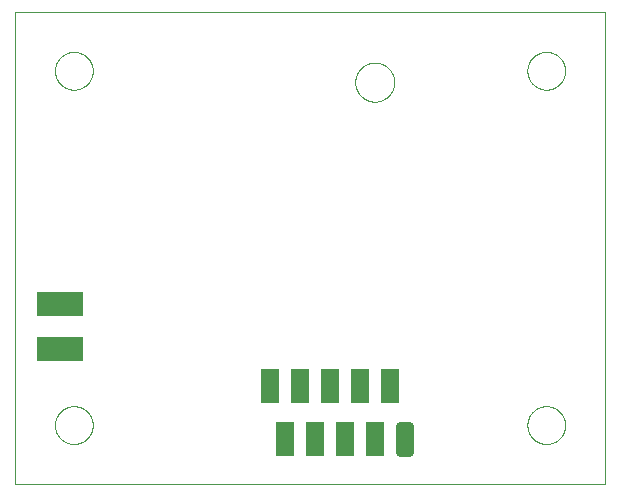
<source format=gtp>
G75*
%MOIN*%
%OFA0B0*%
%FSLAX25Y25*%
%IPPOS*%
%LPD*%
%AMOC8*
5,1,8,0,0,1.08239X$1,22.5*
%
%ADD10C,0.00000*%
%ADD11C,0.02953*%
%ADD12R,0.05906X0.11811*%
%ADD13R,0.15748X0.07874*%
D10*
X0007378Y0007378D02*
X0007378Y0164858D01*
X0204228Y0164858D01*
X0204228Y0007378D01*
X0007378Y0007378D01*
X0020764Y0027063D02*
X0020766Y0027221D01*
X0020772Y0027379D01*
X0020782Y0027537D01*
X0020796Y0027695D01*
X0020814Y0027852D01*
X0020835Y0028009D01*
X0020861Y0028165D01*
X0020891Y0028321D01*
X0020924Y0028476D01*
X0020962Y0028629D01*
X0021003Y0028782D01*
X0021048Y0028934D01*
X0021097Y0029085D01*
X0021150Y0029234D01*
X0021206Y0029382D01*
X0021266Y0029528D01*
X0021330Y0029673D01*
X0021398Y0029816D01*
X0021469Y0029958D01*
X0021543Y0030098D01*
X0021621Y0030235D01*
X0021703Y0030371D01*
X0021787Y0030505D01*
X0021876Y0030636D01*
X0021967Y0030765D01*
X0022062Y0030892D01*
X0022159Y0031017D01*
X0022260Y0031139D01*
X0022364Y0031258D01*
X0022471Y0031375D01*
X0022581Y0031489D01*
X0022694Y0031600D01*
X0022809Y0031709D01*
X0022927Y0031814D01*
X0023048Y0031916D01*
X0023171Y0032016D01*
X0023297Y0032112D01*
X0023425Y0032205D01*
X0023555Y0032295D01*
X0023688Y0032381D01*
X0023823Y0032465D01*
X0023959Y0032544D01*
X0024098Y0032621D01*
X0024239Y0032693D01*
X0024381Y0032763D01*
X0024525Y0032828D01*
X0024671Y0032890D01*
X0024818Y0032948D01*
X0024967Y0033003D01*
X0025117Y0033054D01*
X0025268Y0033101D01*
X0025420Y0033144D01*
X0025573Y0033183D01*
X0025728Y0033219D01*
X0025883Y0033250D01*
X0026039Y0033278D01*
X0026195Y0033302D01*
X0026352Y0033322D01*
X0026510Y0033338D01*
X0026667Y0033350D01*
X0026826Y0033358D01*
X0026984Y0033362D01*
X0027142Y0033362D01*
X0027300Y0033358D01*
X0027459Y0033350D01*
X0027616Y0033338D01*
X0027774Y0033322D01*
X0027931Y0033302D01*
X0028087Y0033278D01*
X0028243Y0033250D01*
X0028398Y0033219D01*
X0028553Y0033183D01*
X0028706Y0033144D01*
X0028858Y0033101D01*
X0029009Y0033054D01*
X0029159Y0033003D01*
X0029308Y0032948D01*
X0029455Y0032890D01*
X0029601Y0032828D01*
X0029745Y0032763D01*
X0029887Y0032693D01*
X0030028Y0032621D01*
X0030167Y0032544D01*
X0030303Y0032465D01*
X0030438Y0032381D01*
X0030571Y0032295D01*
X0030701Y0032205D01*
X0030829Y0032112D01*
X0030955Y0032016D01*
X0031078Y0031916D01*
X0031199Y0031814D01*
X0031317Y0031709D01*
X0031432Y0031600D01*
X0031545Y0031489D01*
X0031655Y0031375D01*
X0031762Y0031258D01*
X0031866Y0031139D01*
X0031967Y0031017D01*
X0032064Y0030892D01*
X0032159Y0030765D01*
X0032250Y0030636D01*
X0032339Y0030505D01*
X0032423Y0030371D01*
X0032505Y0030235D01*
X0032583Y0030098D01*
X0032657Y0029958D01*
X0032728Y0029816D01*
X0032796Y0029673D01*
X0032860Y0029528D01*
X0032920Y0029382D01*
X0032976Y0029234D01*
X0033029Y0029085D01*
X0033078Y0028934D01*
X0033123Y0028782D01*
X0033164Y0028629D01*
X0033202Y0028476D01*
X0033235Y0028321D01*
X0033265Y0028165D01*
X0033291Y0028009D01*
X0033312Y0027852D01*
X0033330Y0027695D01*
X0033344Y0027537D01*
X0033354Y0027379D01*
X0033360Y0027221D01*
X0033362Y0027063D01*
X0033360Y0026905D01*
X0033354Y0026747D01*
X0033344Y0026589D01*
X0033330Y0026431D01*
X0033312Y0026274D01*
X0033291Y0026117D01*
X0033265Y0025961D01*
X0033235Y0025805D01*
X0033202Y0025650D01*
X0033164Y0025497D01*
X0033123Y0025344D01*
X0033078Y0025192D01*
X0033029Y0025041D01*
X0032976Y0024892D01*
X0032920Y0024744D01*
X0032860Y0024598D01*
X0032796Y0024453D01*
X0032728Y0024310D01*
X0032657Y0024168D01*
X0032583Y0024028D01*
X0032505Y0023891D01*
X0032423Y0023755D01*
X0032339Y0023621D01*
X0032250Y0023490D01*
X0032159Y0023361D01*
X0032064Y0023234D01*
X0031967Y0023109D01*
X0031866Y0022987D01*
X0031762Y0022868D01*
X0031655Y0022751D01*
X0031545Y0022637D01*
X0031432Y0022526D01*
X0031317Y0022417D01*
X0031199Y0022312D01*
X0031078Y0022210D01*
X0030955Y0022110D01*
X0030829Y0022014D01*
X0030701Y0021921D01*
X0030571Y0021831D01*
X0030438Y0021745D01*
X0030303Y0021661D01*
X0030167Y0021582D01*
X0030028Y0021505D01*
X0029887Y0021433D01*
X0029745Y0021363D01*
X0029601Y0021298D01*
X0029455Y0021236D01*
X0029308Y0021178D01*
X0029159Y0021123D01*
X0029009Y0021072D01*
X0028858Y0021025D01*
X0028706Y0020982D01*
X0028553Y0020943D01*
X0028398Y0020907D01*
X0028243Y0020876D01*
X0028087Y0020848D01*
X0027931Y0020824D01*
X0027774Y0020804D01*
X0027616Y0020788D01*
X0027459Y0020776D01*
X0027300Y0020768D01*
X0027142Y0020764D01*
X0026984Y0020764D01*
X0026826Y0020768D01*
X0026667Y0020776D01*
X0026510Y0020788D01*
X0026352Y0020804D01*
X0026195Y0020824D01*
X0026039Y0020848D01*
X0025883Y0020876D01*
X0025728Y0020907D01*
X0025573Y0020943D01*
X0025420Y0020982D01*
X0025268Y0021025D01*
X0025117Y0021072D01*
X0024967Y0021123D01*
X0024818Y0021178D01*
X0024671Y0021236D01*
X0024525Y0021298D01*
X0024381Y0021363D01*
X0024239Y0021433D01*
X0024098Y0021505D01*
X0023959Y0021582D01*
X0023823Y0021661D01*
X0023688Y0021745D01*
X0023555Y0021831D01*
X0023425Y0021921D01*
X0023297Y0022014D01*
X0023171Y0022110D01*
X0023048Y0022210D01*
X0022927Y0022312D01*
X0022809Y0022417D01*
X0022694Y0022526D01*
X0022581Y0022637D01*
X0022471Y0022751D01*
X0022364Y0022868D01*
X0022260Y0022987D01*
X0022159Y0023109D01*
X0022062Y0023234D01*
X0021967Y0023361D01*
X0021876Y0023490D01*
X0021787Y0023621D01*
X0021703Y0023755D01*
X0021621Y0023891D01*
X0021543Y0024028D01*
X0021469Y0024168D01*
X0021398Y0024310D01*
X0021330Y0024453D01*
X0021266Y0024598D01*
X0021206Y0024744D01*
X0021150Y0024892D01*
X0021097Y0025041D01*
X0021048Y0025192D01*
X0021003Y0025344D01*
X0020962Y0025497D01*
X0020924Y0025650D01*
X0020891Y0025805D01*
X0020861Y0025961D01*
X0020835Y0026117D01*
X0020814Y0026274D01*
X0020796Y0026431D01*
X0020782Y0026589D01*
X0020772Y0026747D01*
X0020766Y0026905D01*
X0020764Y0027063D01*
X0120878Y0141378D02*
X0120880Y0141539D01*
X0120886Y0141699D01*
X0120896Y0141860D01*
X0120910Y0142020D01*
X0120928Y0142180D01*
X0120949Y0142339D01*
X0120975Y0142498D01*
X0121005Y0142656D01*
X0121038Y0142813D01*
X0121076Y0142970D01*
X0121117Y0143125D01*
X0121162Y0143279D01*
X0121211Y0143432D01*
X0121264Y0143584D01*
X0121320Y0143735D01*
X0121381Y0143884D01*
X0121444Y0144032D01*
X0121512Y0144178D01*
X0121583Y0144322D01*
X0121657Y0144464D01*
X0121735Y0144605D01*
X0121817Y0144743D01*
X0121902Y0144880D01*
X0121990Y0145014D01*
X0122082Y0145146D01*
X0122177Y0145276D01*
X0122275Y0145404D01*
X0122376Y0145529D01*
X0122480Y0145651D01*
X0122587Y0145771D01*
X0122697Y0145888D01*
X0122810Y0146003D01*
X0122926Y0146114D01*
X0123045Y0146223D01*
X0123166Y0146328D01*
X0123290Y0146431D01*
X0123416Y0146531D01*
X0123544Y0146627D01*
X0123675Y0146720D01*
X0123809Y0146810D01*
X0123944Y0146897D01*
X0124082Y0146980D01*
X0124221Y0147060D01*
X0124363Y0147136D01*
X0124506Y0147209D01*
X0124651Y0147278D01*
X0124798Y0147344D01*
X0124946Y0147406D01*
X0125096Y0147464D01*
X0125247Y0147519D01*
X0125400Y0147570D01*
X0125554Y0147617D01*
X0125709Y0147660D01*
X0125865Y0147699D01*
X0126021Y0147735D01*
X0126179Y0147766D01*
X0126337Y0147794D01*
X0126496Y0147818D01*
X0126656Y0147838D01*
X0126816Y0147854D01*
X0126976Y0147866D01*
X0127137Y0147874D01*
X0127298Y0147878D01*
X0127458Y0147878D01*
X0127619Y0147874D01*
X0127780Y0147866D01*
X0127940Y0147854D01*
X0128100Y0147838D01*
X0128260Y0147818D01*
X0128419Y0147794D01*
X0128577Y0147766D01*
X0128735Y0147735D01*
X0128891Y0147699D01*
X0129047Y0147660D01*
X0129202Y0147617D01*
X0129356Y0147570D01*
X0129509Y0147519D01*
X0129660Y0147464D01*
X0129810Y0147406D01*
X0129958Y0147344D01*
X0130105Y0147278D01*
X0130250Y0147209D01*
X0130393Y0147136D01*
X0130535Y0147060D01*
X0130674Y0146980D01*
X0130812Y0146897D01*
X0130947Y0146810D01*
X0131081Y0146720D01*
X0131212Y0146627D01*
X0131340Y0146531D01*
X0131466Y0146431D01*
X0131590Y0146328D01*
X0131711Y0146223D01*
X0131830Y0146114D01*
X0131946Y0146003D01*
X0132059Y0145888D01*
X0132169Y0145771D01*
X0132276Y0145651D01*
X0132380Y0145529D01*
X0132481Y0145404D01*
X0132579Y0145276D01*
X0132674Y0145146D01*
X0132766Y0145014D01*
X0132854Y0144880D01*
X0132939Y0144743D01*
X0133021Y0144605D01*
X0133099Y0144464D01*
X0133173Y0144322D01*
X0133244Y0144178D01*
X0133312Y0144032D01*
X0133375Y0143884D01*
X0133436Y0143735D01*
X0133492Y0143584D01*
X0133545Y0143432D01*
X0133594Y0143279D01*
X0133639Y0143125D01*
X0133680Y0142970D01*
X0133718Y0142813D01*
X0133751Y0142656D01*
X0133781Y0142498D01*
X0133807Y0142339D01*
X0133828Y0142180D01*
X0133846Y0142020D01*
X0133860Y0141860D01*
X0133870Y0141699D01*
X0133876Y0141539D01*
X0133878Y0141378D01*
X0133876Y0141217D01*
X0133870Y0141057D01*
X0133860Y0140896D01*
X0133846Y0140736D01*
X0133828Y0140576D01*
X0133807Y0140417D01*
X0133781Y0140258D01*
X0133751Y0140100D01*
X0133718Y0139943D01*
X0133680Y0139786D01*
X0133639Y0139631D01*
X0133594Y0139477D01*
X0133545Y0139324D01*
X0133492Y0139172D01*
X0133436Y0139021D01*
X0133375Y0138872D01*
X0133312Y0138724D01*
X0133244Y0138578D01*
X0133173Y0138434D01*
X0133099Y0138292D01*
X0133021Y0138151D01*
X0132939Y0138013D01*
X0132854Y0137876D01*
X0132766Y0137742D01*
X0132674Y0137610D01*
X0132579Y0137480D01*
X0132481Y0137352D01*
X0132380Y0137227D01*
X0132276Y0137105D01*
X0132169Y0136985D01*
X0132059Y0136868D01*
X0131946Y0136753D01*
X0131830Y0136642D01*
X0131711Y0136533D01*
X0131590Y0136428D01*
X0131466Y0136325D01*
X0131340Y0136225D01*
X0131212Y0136129D01*
X0131081Y0136036D01*
X0130947Y0135946D01*
X0130812Y0135859D01*
X0130674Y0135776D01*
X0130535Y0135696D01*
X0130393Y0135620D01*
X0130250Y0135547D01*
X0130105Y0135478D01*
X0129958Y0135412D01*
X0129810Y0135350D01*
X0129660Y0135292D01*
X0129509Y0135237D01*
X0129356Y0135186D01*
X0129202Y0135139D01*
X0129047Y0135096D01*
X0128891Y0135057D01*
X0128735Y0135021D01*
X0128577Y0134990D01*
X0128419Y0134962D01*
X0128260Y0134938D01*
X0128100Y0134918D01*
X0127940Y0134902D01*
X0127780Y0134890D01*
X0127619Y0134882D01*
X0127458Y0134878D01*
X0127298Y0134878D01*
X0127137Y0134882D01*
X0126976Y0134890D01*
X0126816Y0134902D01*
X0126656Y0134918D01*
X0126496Y0134938D01*
X0126337Y0134962D01*
X0126179Y0134990D01*
X0126021Y0135021D01*
X0125865Y0135057D01*
X0125709Y0135096D01*
X0125554Y0135139D01*
X0125400Y0135186D01*
X0125247Y0135237D01*
X0125096Y0135292D01*
X0124946Y0135350D01*
X0124798Y0135412D01*
X0124651Y0135478D01*
X0124506Y0135547D01*
X0124363Y0135620D01*
X0124221Y0135696D01*
X0124082Y0135776D01*
X0123944Y0135859D01*
X0123809Y0135946D01*
X0123675Y0136036D01*
X0123544Y0136129D01*
X0123416Y0136225D01*
X0123290Y0136325D01*
X0123166Y0136428D01*
X0123045Y0136533D01*
X0122926Y0136642D01*
X0122810Y0136753D01*
X0122697Y0136868D01*
X0122587Y0136985D01*
X0122480Y0137105D01*
X0122376Y0137227D01*
X0122275Y0137352D01*
X0122177Y0137480D01*
X0122082Y0137610D01*
X0121990Y0137742D01*
X0121902Y0137876D01*
X0121817Y0138013D01*
X0121735Y0138151D01*
X0121657Y0138292D01*
X0121583Y0138434D01*
X0121512Y0138578D01*
X0121444Y0138724D01*
X0121381Y0138872D01*
X0121320Y0139021D01*
X0121264Y0139172D01*
X0121211Y0139324D01*
X0121162Y0139477D01*
X0121117Y0139631D01*
X0121076Y0139786D01*
X0121038Y0139943D01*
X0121005Y0140100D01*
X0120975Y0140258D01*
X0120949Y0140417D01*
X0120928Y0140576D01*
X0120910Y0140736D01*
X0120896Y0140896D01*
X0120886Y0141057D01*
X0120880Y0141217D01*
X0120878Y0141378D01*
X0178244Y0145173D02*
X0178246Y0145331D01*
X0178252Y0145489D01*
X0178262Y0145647D01*
X0178276Y0145805D01*
X0178294Y0145962D01*
X0178315Y0146119D01*
X0178341Y0146275D01*
X0178371Y0146431D01*
X0178404Y0146586D01*
X0178442Y0146739D01*
X0178483Y0146892D01*
X0178528Y0147044D01*
X0178577Y0147195D01*
X0178630Y0147344D01*
X0178686Y0147492D01*
X0178746Y0147638D01*
X0178810Y0147783D01*
X0178878Y0147926D01*
X0178949Y0148068D01*
X0179023Y0148208D01*
X0179101Y0148345D01*
X0179183Y0148481D01*
X0179267Y0148615D01*
X0179356Y0148746D01*
X0179447Y0148875D01*
X0179542Y0149002D01*
X0179639Y0149127D01*
X0179740Y0149249D01*
X0179844Y0149368D01*
X0179951Y0149485D01*
X0180061Y0149599D01*
X0180174Y0149710D01*
X0180289Y0149819D01*
X0180407Y0149924D01*
X0180528Y0150026D01*
X0180651Y0150126D01*
X0180777Y0150222D01*
X0180905Y0150315D01*
X0181035Y0150405D01*
X0181168Y0150491D01*
X0181303Y0150575D01*
X0181439Y0150654D01*
X0181578Y0150731D01*
X0181719Y0150803D01*
X0181861Y0150873D01*
X0182005Y0150938D01*
X0182151Y0151000D01*
X0182298Y0151058D01*
X0182447Y0151113D01*
X0182597Y0151164D01*
X0182748Y0151211D01*
X0182900Y0151254D01*
X0183053Y0151293D01*
X0183208Y0151329D01*
X0183363Y0151360D01*
X0183519Y0151388D01*
X0183675Y0151412D01*
X0183832Y0151432D01*
X0183990Y0151448D01*
X0184147Y0151460D01*
X0184306Y0151468D01*
X0184464Y0151472D01*
X0184622Y0151472D01*
X0184780Y0151468D01*
X0184939Y0151460D01*
X0185096Y0151448D01*
X0185254Y0151432D01*
X0185411Y0151412D01*
X0185567Y0151388D01*
X0185723Y0151360D01*
X0185878Y0151329D01*
X0186033Y0151293D01*
X0186186Y0151254D01*
X0186338Y0151211D01*
X0186489Y0151164D01*
X0186639Y0151113D01*
X0186788Y0151058D01*
X0186935Y0151000D01*
X0187081Y0150938D01*
X0187225Y0150873D01*
X0187367Y0150803D01*
X0187508Y0150731D01*
X0187647Y0150654D01*
X0187783Y0150575D01*
X0187918Y0150491D01*
X0188051Y0150405D01*
X0188181Y0150315D01*
X0188309Y0150222D01*
X0188435Y0150126D01*
X0188558Y0150026D01*
X0188679Y0149924D01*
X0188797Y0149819D01*
X0188912Y0149710D01*
X0189025Y0149599D01*
X0189135Y0149485D01*
X0189242Y0149368D01*
X0189346Y0149249D01*
X0189447Y0149127D01*
X0189544Y0149002D01*
X0189639Y0148875D01*
X0189730Y0148746D01*
X0189819Y0148615D01*
X0189903Y0148481D01*
X0189985Y0148345D01*
X0190063Y0148208D01*
X0190137Y0148068D01*
X0190208Y0147926D01*
X0190276Y0147783D01*
X0190340Y0147638D01*
X0190400Y0147492D01*
X0190456Y0147344D01*
X0190509Y0147195D01*
X0190558Y0147044D01*
X0190603Y0146892D01*
X0190644Y0146739D01*
X0190682Y0146586D01*
X0190715Y0146431D01*
X0190745Y0146275D01*
X0190771Y0146119D01*
X0190792Y0145962D01*
X0190810Y0145805D01*
X0190824Y0145647D01*
X0190834Y0145489D01*
X0190840Y0145331D01*
X0190842Y0145173D01*
X0190840Y0145015D01*
X0190834Y0144857D01*
X0190824Y0144699D01*
X0190810Y0144541D01*
X0190792Y0144384D01*
X0190771Y0144227D01*
X0190745Y0144071D01*
X0190715Y0143915D01*
X0190682Y0143760D01*
X0190644Y0143607D01*
X0190603Y0143454D01*
X0190558Y0143302D01*
X0190509Y0143151D01*
X0190456Y0143002D01*
X0190400Y0142854D01*
X0190340Y0142708D01*
X0190276Y0142563D01*
X0190208Y0142420D01*
X0190137Y0142278D01*
X0190063Y0142138D01*
X0189985Y0142001D01*
X0189903Y0141865D01*
X0189819Y0141731D01*
X0189730Y0141600D01*
X0189639Y0141471D01*
X0189544Y0141344D01*
X0189447Y0141219D01*
X0189346Y0141097D01*
X0189242Y0140978D01*
X0189135Y0140861D01*
X0189025Y0140747D01*
X0188912Y0140636D01*
X0188797Y0140527D01*
X0188679Y0140422D01*
X0188558Y0140320D01*
X0188435Y0140220D01*
X0188309Y0140124D01*
X0188181Y0140031D01*
X0188051Y0139941D01*
X0187918Y0139855D01*
X0187783Y0139771D01*
X0187647Y0139692D01*
X0187508Y0139615D01*
X0187367Y0139543D01*
X0187225Y0139473D01*
X0187081Y0139408D01*
X0186935Y0139346D01*
X0186788Y0139288D01*
X0186639Y0139233D01*
X0186489Y0139182D01*
X0186338Y0139135D01*
X0186186Y0139092D01*
X0186033Y0139053D01*
X0185878Y0139017D01*
X0185723Y0138986D01*
X0185567Y0138958D01*
X0185411Y0138934D01*
X0185254Y0138914D01*
X0185096Y0138898D01*
X0184939Y0138886D01*
X0184780Y0138878D01*
X0184622Y0138874D01*
X0184464Y0138874D01*
X0184306Y0138878D01*
X0184147Y0138886D01*
X0183990Y0138898D01*
X0183832Y0138914D01*
X0183675Y0138934D01*
X0183519Y0138958D01*
X0183363Y0138986D01*
X0183208Y0139017D01*
X0183053Y0139053D01*
X0182900Y0139092D01*
X0182748Y0139135D01*
X0182597Y0139182D01*
X0182447Y0139233D01*
X0182298Y0139288D01*
X0182151Y0139346D01*
X0182005Y0139408D01*
X0181861Y0139473D01*
X0181719Y0139543D01*
X0181578Y0139615D01*
X0181439Y0139692D01*
X0181303Y0139771D01*
X0181168Y0139855D01*
X0181035Y0139941D01*
X0180905Y0140031D01*
X0180777Y0140124D01*
X0180651Y0140220D01*
X0180528Y0140320D01*
X0180407Y0140422D01*
X0180289Y0140527D01*
X0180174Y0140636D01*
X0180061Y0140747D01*
X0179951Y0140861D01*
X0179844Y0140978D01*
X0179740Y0141097D01*
X0179639Y0141219D01*
X0179542Y0141344D01*
X0179447Y0141471D01*
X0179356Y0141600D01*
X0179267Y0141731D01*
X0179183Y0141865D01*
X0179101Y0142001D01*
X0179023Y0142138D01*
X0178949Y0142278D01*
X0178878Y0142420D01*
X0178810Y0142563D01*
X0178746Y0142708D01*
X0178686Y0142854D01*
X0178630Y0143002D01*
X0178577Y0143151D01*
X0178528Y0143302D01*
X0178483Y0143454D01*
X0178442Y0143607D01*
X0178404Y0143760D01*
X0178371Y0143915D01*
X0178341Y0144071D01*
X0178315Y0144227D01*
X0178294Y0144384D01*
X0178276Y0144541D01*
X0178262Y0144699D01*
X0178252Y0144857D01*
X0178246Y0145015D01*
X0178244Y0145173D01*
X0178244Y0027063D02*
X0178246Y0027221D01*
X0178252Y0027379D01*
X0178262Y0027537D01*
X0178276Y0027695D01*
X0178294Y0027852D01*
X0178315Y0028009D01*
X0178341Y0028165D01*
X0178371Y0028321D01*
X0178404Y0028476D01*
X0178442Y0028629D01*
X0178483Y0028782D01*
X0178528Y0028934D01*
X0178577Y0029085D01*
X0178630Y0029234D01*
X0178686Y0029382D01*
X0178746Y0029528D01*
X0178810Y0029673D01*
X0178878Y0029816D01*
X0178949Y0029958D01*
X0179023Y0030098D01*
X0179101Y0030235D01*
X0179183Y0030371D01*
X0179267Y0030505D01*
X0179356Y0030636D01*
X0179447Y0030765D01*
X0179542Y0030892D01*
X0179639Y0031017D01*
X0179740Y0031139D01*
X0179844Y0031258D01*
X0179951Y0031375D01*
X0180061Y0031489D01*
X0180174Y0031600D01*
X0180289Y0031709D01*
X0180407Y0031814D01*
X0180528Y0031916D01*
X0180651Y0032016D01*
X0180777Y0032112D01*
X0180905Y0032205D01*
X0181035Y0032295D01*
X0181168Y0032381D01*
X0181303Y0032465D01*
X0181439Y0032544D01*
X0181578Y0032621D01*
X0181719Y0032693D01*
X0181861Y0032763D01*
X0182005Y0032828D01*
X0182151Y0032890D01*
X0182298Y0032948D01*
X0182447Y0033003D01*
X0182597Y0033054D01*
X0182748Y0033101D01*
X0182900Y0033144D01*
X0183053Y0033183D01*
X0183208Y0033219D01*
X0183363Y0033250D01*
X0183519Y0033278D01*
X0183675Y0033302D01*
X0183832Y0033322D01*
X0183990Y0033338D01*
X0184147Y0033350D01*
X0184306Y0033358D01*
X0184464Y0033362D01*
X0184622Y0033362D01*
X0184780Y0033358D01*
X0184939Y0033350D01*
X0185096Y0033338D01*
X0185254Y0033322D01*
X0185411Y0033302D01*
X0185567Y0033278D01*
X0185723Y0033250D01*
X0185878Y0033219D01*
X0186033Y0033183D01*
X0186186Y0033144D01*
X0186338Y0033101D01*
X0186489Y0033054D01*
X0186639Y0033003D01*
X0186788Y0032948D01*
X0186935Y0032890D01*
X0187081Y0032828D01*
X0187225Y0032763D01*
X0187367Y0032693D01*
X0187508Y0032621D01*
X0187647Y0032544D01*
X0187783Y0032465D01*
X0187918Y0032381D01*
X0188051Y0032295D01*
X0188181Y0032205D01*
X0188309Y0032112D01*
X0188435Y0032016D01*
X0188558Y0031916D01*
X0188679Y0031814D01*
X0188797Y0031709D01*
X0188912Y0031600D01*
X0189025Y0031489D01*
X0189135Y0031375D01*
X0189242Y0031258D01*
X0189346Y0031139D01*
X0189447Y0031017D01*
X0189544Y0030892D01*
X0189639Y0030765D01*
X0189730Y0030636D01*
X0189819Y0030505D01*
X0189903Y0030371D01*
X0189985Y0030235D01*
X0190063Y0030098D01*
X0190137Y0029958D01*
X0190208Y0029816D01*
X0190276Y0029673D01*
X0190340Y0029528D01*
X0190400Y0029382D01*
X0190456Y0029234D01*
X0190509Y0029085D01*
X0190558Y0028934D01*
X0190603Y0028782D01*
X0190644Y0028629D01*
X0190682Y0028476D01*
X0190715Y0028321D01*
X0190745Y0028165D01*
X0190771Y0028009D01*
X0190792Y0027852D01*
X0190810Y0027695D01*
X0190824Y0027537D01*
X0190834Y0027379D01*
X0190840Y0027221D01*
X0190842Y0027063D01*
X0190840Y0026905D01*
X0190834Y0026747D01*
X0190824Y0026589D01*
X0190810Y0026431D01*
X0190792Y0026274D01*
X0190771Y0026117D01*
X0190745Y0025961D01*
X0190715Y0025805D01*
X0190682Y0025650D01*
X0190644Y0025497D01*
X0190603Y0025344D01*
X0190558Y0025192D01*
X0190509Y0025041D01*
X0190456Y0024892D01*
X0190400Y0024744D01*
X0190340Y0024598D01*
X0190276Y0024453D01*
X0190208Y0024310D01*
X0190137Y0024168D01*
X0190063Y0024028D01*
X0189985Y0023891D01*
X0189903Y0023755D01*
X0189819Y0023621D01*
X0189730Y0023490D01*
X0189639Y0023361D01*
X0189544Y0023234D01*
X0189447Y0023109D01*
X0189346Y0022987D01*
X0189242Y0022868D01*
X0189135Y0022751D01*
X0189025Y0022637D01*
X0188912Y0022526D01*
X0188797Y0022417D01*
X0188679Y0022312D01*
X0188558Y0022210D01*
X0188435Y0022110D01*
X0188309Y0022014D01*
X0188181Y0021921D01*
X0188051Y0021831D01*
X0187918Y0021745D01*
X0187783Y0021661D01*
X0187647Y0021582D01*
X0187508Y0021505D01*
X0187367Y0021433D01*
X0187225Y0021363D01*
X0187081Y0021298D01*
X0186935Y0021236D01*
X0186788Y0021178D01*
X0186639Y0021123D01*
X0186489Y0021072D01*
X0186338Y0021025D01*
X0186186Y0020982D01*
X0186033Y0020943D01*
X0185878Y0020907D01*
X0185723Y0020876D01*
X0185567Y0020848D01*
X0185411Y0020824D01*
X0185254Y0020804D01*
X0185096Y0020788D01*
X0184939Y0020776D01*
X0184780Y0020768D01*
X0184622Y0020764D01*
X0184464Y0020764D01*
X0184306Y0020768D01*
X0184147Y0020776D01*
X0183990Y0020788D01*
X0183832Y0020804D01*
X0183675Y0020824D01*
X0183519Y0020848D01*
X0183363Y0020876D01*
X0183208Y0020907D01*
X0183053Y0020943D01*
X0182900Y0020982D01*
X0182748Y0021025D01*
X0182597Y0021072D01*
X0182447Y0021123D01*
X0182298Y0021178D01*
X0182151Y0021236D01*
X0182005Y0021298D01*
X0181861Y0021363D01*
X0181719Y0021433D01*
X0181578Y0021505D01*
X0181439Y0021582D01*
X0181303Y0021661D01*
X0181168Y0021745D01*
X0181035Y0021831D01*
X0180905Y0021921D01*
X0180777Y0022014D01*
X0180651Y0022110D01*
X0180528Y0022210D01*
X0180407Y0022312D01*
X0180289Y0022417D01*
X0180174Y0022526D01*
X0180061Y0022637D01*
X0179951Y0022751D01*
X0179844Y0022868D01*
X0179740Y0022987D01*
X0179639Y0023109D01*
X0179542Y0023234D01*
X0179447Y0023361D01*
X0179356Y0023490D01*
X0179267Y0023621D01*
X0179183Y0023755D01*
X0179101Y0023891D01*
X0179023Y0024028D01*
X0178949Y0024168D01*
X0178878Y0024310D01*
X0178810Y0024453D01*
X0178746Y0024598D01*
X0178686Y0024744D01*
X0178630Y0024892D01*
X0178577Y0025041D01*
X0178528Y0025192D01*
X0178483Y0025344D01*
X0178442Y0025497D01*
X0178404Y0025650D01*
X0178371Y0025805D01*
X0178341Y0025961D01*
X0178315Y0026117D01*
X0178294Y0026274D01*
X0178276Y0026431D01*
X0178262Y0026589D01*
X0178252Y0026747D01*
X0178246Y0026905D01*
X0178244Y0027063D01*
X0020764Y0145173D02*
X0020766Y0145331D01*
X0020772Y0145489D01*
X0020782Y0145647D01*
X0020796Y0145805D01*
X0020814Y0145962D01*
X0020835Y0146119D01*
X0020861Y0146275D01*
X0020891Y0146431D01*
X0020924Y0146586D01*
X0020962Y0146739D01*
X0021003Y0146892D01*
X0021048Y0147044D01*
X0021097Y0147195D01*
X0021150Y0147344D01*
X0021206Y0147492D01*
X0021266Y0147638D01*
X0021330Y0147783D01*
X0021398Y0147926D01*
X0021469Y0148068D01*
X0021543Y0148208D01*
X0021621Y0148345D01*
X0021703Y0148481D01*
X0021787Y0148615D01*
X0021876Y0148746D01*
X0021967Y0148875D01*
X0022062Y0149002D01*
X0022159Y0149127D01*
X0022260Y0149249D01*
X0022364Y0149368D01*
X0022471Y0149485D01*
X0022581Y0149599D01*
X0022694Y0149710D01*
X0022809Y0149819D01*
X0022927Y0149924D01*
X0023048Y0150026D01*
X0023171Y0150126D01*
X0023297Y0150222D01*
X0023425Y0150315D01*
X0023555Y0150405D01*
X0023688Y0150491D01*
X0023823Y0150575D01*
X0023959Y0150654D01*
X0024098Y0150731D01*
X0024239Y0150803D01*
X0024381Y0150873D01*
X0024525Y0150938D01*
X0024671Y0151000D01*
X0024818Y0151058D01*
X0024967Y0151113D01*
X0025117Y0151164D01*
X0025268Y0151211D01*
X0025420Y0151254D01*
X0025573Y0151293D01*
X0025728Y0151329D01*
X0025883Y0151360D01*
X0026039Y0151388D01*
X0026195Y0151412D01*
X0026352Y0151432D01*
X0026510Y0151448D01*
X0026667Y0151460D01*
X0026826Y0151468D01*
X0026984Y0151472D01*
X0027142Y0151472D01*
X0027300Y0151468D01*
X0027459Y0151460D01*
X0027616Y0151448D01*
X0027774Y0151432D01*
X0027931Y0151412D01*
X0028087Y0151388D01*
X0028243Y0151360D01*
X0028398Y0151329D01*
X0028553Y0151293D01*
X0028706Y0151254D01*
X0028858Y0151211D01*
X0029009Y0151164D01*
X0029159Y0151113D01*
X0029308Y0151058D01*
X0029455Y0151000D01*
X0029601Y0150938D01*
X0029745Y0150873D01*
X0029887Y0150803D01*
X0030028Y0150731D01*
X0030167Y0150654D01*
X0030303Y0150575D01*
X0030438Y0150491D01*
X0030571Y0150405D01*
X0030701Y0150315D01*
X0030829Y0150222D01*
X0030955Y0150126D01*
X0031078Y0150026D01*
X0031199Y0149924D01*
X0031317Y0149819D01*
X0031432Y0149710D01*
X0031545Y0149599D01*
X0031655Y0149485D01*
X0031762Y0149368D01*
X0031866Y0149249D01*
X0031967Y0149127D01*
X0032064Y0149002D01*
X0032159Y0148875D01*
X0032250Y0148746D01*
X0032339Y0148615D01*
X0032423Y0148481D01*
X0032505Y0148345D01*
X0032583Y0148208D01*
X0032657Y0148068D01*
X0032728Y0147926D01*
X0032796Y0147783D01*
X0032860Y0147638D01*
X0032920Y0147492D01*
X0032976Y0147344D01*
X0033029Y0147195D01*
X0033078Y0147044D01*
X0033123Y0146892D01*
X0033164Y0146739D01*
X0033202Y0146586D01*
X0033235Y0146431D01*
X0033265Y0146275D01*
X0033291Y0146119D01*
X0033312Y0145962D01*
X0033330Y0145805D01*
X0033344Y0145647D01*
X0033354Y0145489D01*
X0033360Y0145331D01*
X0033362Y0145173D01*
X0033360Y0145015D01*
X0033354Y0144857D01*
X0033344Y0144699D01*
X0033330Y0144541D01*
X0033312Y0144384D01*
X0033291Y0144227D01*
X0033265Y0144071D01*
X0033235Y0143915D01*
X0033202Y0143760D01*
X0033164Y0143607D01*
X0033123Y0143454D01*
X0033078Y0143302D01*
X0033029Y0143151D01*
X0032976Y0143002D01*
X0032920Y0142854D01*
X0032860Y0142708D01*
X0032796Y0142563D01*
X0032728Y0142420D01*
X0032657Y0142278D01*
X0032583Y0142138D01*
X0032505Y0142001D01*
X0032423Y0141865D01*
X0032339Y0141731D01*
X0032250Y0141600D01*
X0032159Y0141471D01*
X0032064Y0141344D01*
X0031967Y0141219D01*
X0031866Y0141097D01*
X0031762Y0140978D01*
X0031655Y0140861D01*
X0031545Y0140747D01*
X0031432Y0140636D01*
X0031317Y0140527D01*
X0031199Y0140422D01*
X0031078Y0140320D01*
X0030955Y0140220D01*
X0030829Y0140124D01*
X0030701Y0140031D01*
X0030571Y0139941D01*
X0030438Y0139855D01*
X0030303Y0139771D01*
X0030167Y0139692D01*
X0030028Y0139615D01*
X0029887Y0139543D01*
X0029745Y0139473D01*
X0029601Y0139408D01*
X0029455Y0139346D01*
X0029308Y0139288D01*
X0029159Y0139233D01*
X0029009Y0139182D01*
X0028858Y0139135D01*
X0028706Y0139092D01*
X0028553Y0139053D01*
X0028398Y0139017D01*
X0028243Y0138986D01*
X0028087Y0138958D01*
X0027931Y0138934D01*
X0027774Y0138914D01*
X0027616Y0138898D01*
X0027459Y0138886D01*
X0027300Y0138878D01*
X0027142Y0138874D01*
X0026984Y0138874D01*
X0026826Y0138878D01*
X0026667Y0138886D01*
X0026510Y0138898D01*
X0026352Y0138914D01*
X0026195Y0138934D01*
X0026039Y0138958D01*
X0025883Y0138986D01*
X0025728Y0139017D01*
X0025573Y0139053D01*
X0025420Y0139092D01*
X0025268Y0139135D01*
X0025117Y0139182D01*
X0024967Y0139233D01*
X0024818Y0139288D01*
X0024671Y0139346D01*
X0024525Y0139408D01*
X0024381Y0139473D01*
X0024239Y0139543D01*
X0024098Y0139615D01*
X0023959Y0139692D01*
X0023823Y0139771D01*
X0023688Y0139855D01*
X0023555Y0139941D01*
X0023425Y0140031D01*
X0023297Y0140124D01*
X0023171Y0140220D01*
X0023048Y0140320D01*
X0022927Y0140422D01*
X0022809Y0140527D01*
X0022694Y0140636D01*
X0022581Y0140747D01*
X0022471Y0140861D01*
X0022364Y0140978D01*
X0022260Y0141097D01*
X0022159Y0141219D01*
X0022062Y0141344D01*
X0021967Y0141471D01*
X0021876Y0141600D01*
X0021787Y0141731D01*
X0021703Y0141865D01*
X0021621Y0142001D01*
X0021543Y0142138D01*
X0021469Y0142278D01*
X0021398Y0142420D01*
X0021330Y0142563D01*
X0021266Y0142708D01*
X0021206Y0142854D01*
X0021150Y0143002D01*
X0021097Y0143151D01*
X0021048Y0143302D01*
X0021003Y0143454D01*
X0020962Y0143607D01*
X0020924Y0143760D01*
X0020891Y0143915D01*
X0020861Y0144071D01*
X0020835Y0144227D01*
X0020814Y0144384D01*
X0020796Y0144541D01*
X0020782Y0144699D01*
X0020772Y0144857D01*
X0020766Y0145015D01*
X0020764Y0145173D01*
D11*
X0135901Y0026807D02*
X0135901Y0017949D01*
X0135901Y0026807D02*
X0138855Y0026807D01*
X0138855Y0017949D01*
X0135901Y0017949D01*
X0135901Y0020901D02*
X0138855Y0020901D01*
X0138855Y0023853D02*
X0135901Y0023853D01*
X0135901Y0026805D02*
X0138855Y0026805D01*
D12*
X0127378Y0022378D03*
X0117378Y0022378D03*
X0107378Y0022378D03*
X0097378Y0022378D03*
X0102378Y0040094D03*
X0092378Y0040094D03*
X0112378Y0040094D03*
X0122378Y0040094D03*
X0132378Y0040094D03*
D13*
X0022378Y0052378D03*
X0022378Y0067378D03*
M02*

</source>
